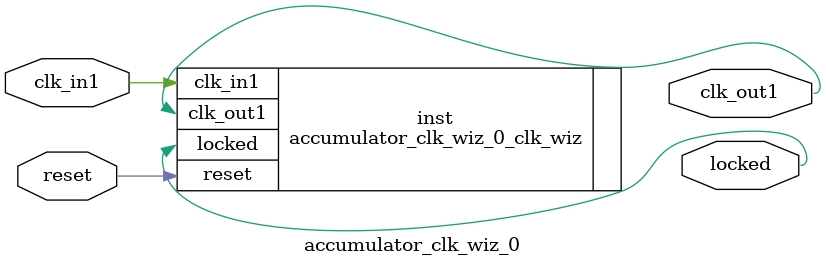
<source format=v>


`timescale 1ps/1ps

(* CORE_GENERATION_INFO = "accumulator_clk_wiz_0,clk_wiz_v6_0_11_0_0,{component_name=accumulator_clk_wiz_0,use_phase_alignment=true,use_min_o_jitter=false,use_max_i_jitter=false,use_dyn_phase_shift=false,use_inclk_switchover=false,use_dyn_reconfig=false,enable_axi=0,feedback_source=FDBK_AUTO,PRIMITIVE=MMCM,num_out_clk=1,clkin1_period=10.000,clkin2_period=10.000,use_power_down=false,use_reset=true,use_locked=true,use_inclk_stopped=false,feedback_type=SINGLE,CLOCK_MGR_TYPE=NA,manual_override=false}" *)

module accumulator_clk_wiz_0 
 (
  // Clock out ports
  output        clk_out1,
  // Status and control signals
  input         reset,
  output        locked,
 // Clock in ports
  input         clk_in1
 );

  accumulator_clk_wiz_0_clk_wiz inst
  (
  // Clock out ports  
  .clk_out1(clk_out1),
  // Status and control signals               
  .reset(reset), 
  .locked(locked),
 // Clock in ports
  .clk_in1(clk_in1)
  );

endmodule

</source>
